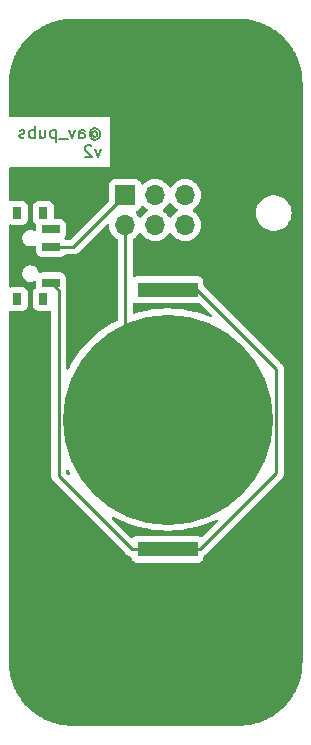
<source format=gbl>
%TF.GenerationSoftware,KiCad,Pcbnew,(7.0.0-0)*%
%TF.CreationDate,2023-07-23T12:51:31-06:00*%
%TF.ProjectId,SAO_pin,53414f5f-7069-46e2-9e6b-696361645f70,rev?*%
%TF.SameCoordinates,Original*%
%TF.FileFunction,Copper,L2,Bot*%
%TF.FilePolarity,Positive*%
%FSLAX46Y46*%
G04 Gerber Fmt 4.6, Leading zero omitted, Abs format (unit mm)*
G04 Created by KiCad (PCBNEW (7.0.0-0)) date 2023-07-23 12:51:31*
%MOMM*%
%LPD*%
G01*
G04 APERTURE LIST*
%ADD10C,0.150000*%
%TA.AperFunction,NonConductor*%
%ADD11C,0.150000*%
%TD*%
%TA.AperFunction,ComponentPad*%
%ADD12R,1.700000X1.700000*%
%TD*%
%TA.AperFunction,ComponentPad*%
%ADD13O,1.700000X1.700000*%
%TD*%
%TA.AperFunction,SMDPad,CuDef*%
%ADD14R,5.080000X1.270000*%
%TD*%
%TA.AperFunction,SMDPad,CuDef*%
%ADD15C,17.800000*%
%TD*%
%TA.AperFunction,SMDPad,CuDef*%
%ADD16R,0.800000X1.000000*%
%TD*%
%TA.AperFunction,SMDPad,CuDef*%
%ADD17R,1.500000X0.700000*%
%TD*%
%TA.AperFunction,Conductor*%
%ADD18C,0.250000*%
%TD*%
G04 APERTURE END LIST*
D10*
D11*
X87642857Y-46686190D02*
X87690476Y-46638571D01*
X87690476Y-46638571D02*
X87785714Y-46590952D01*
X87785714Y-46590952D02*
X87880952Y-46590952D01*
X87880952Y-46590952D02*
X87976190Y-46638571D01*
X87976190Y-46638571D02*
X88023809Y-46686190D01*
X88023809Y-46686190D02*
X88071428Y-46781428D01*
X88071428Y-46781428D02*
X88071428Y-46876666D01*
X88071428Y-46876666D02*
X88023809Y-46971904D01*
X88023809Y-46971904D02*
X87976190Y-47019523D01*
X87976190Y-47019523D02*
X87880952Y-47067142D01*
X87880952Y-47067142D02*
X87785714Y-47067142D01*
X87785714Y-47067142D02*
X87690476Y-47019523D01*
X87690476Y-47019523D02*
X87642857Y-46971904D01*
X87642857Y-46590952D02*
X87642857Y-46971904D01*
X87642857Y-46971904D02*
X87595238Y-47019523D01*
X87595238Y-47019523D02*
X87547619Y-47019523D01*
X87547619Y-47019523D02*
X87452380Y-46971904D01*
X87452380Y-46971904D02*
X87404761Y-46876666D01*
X87404761Y-46876666D02*
X87404761Y-46638571D01*
X87404761Y-46638571D02*
X87500000Y-46495714D01*
X87500000Y-46495714D02*
X87642857Y-46400476D01*
X87642857Y-46400476D02*
X87833333Y-46352857D01*
X87833333Y-46352857D02*
X88023809Y-46400476D01*
X88023809Y-46400476D02*
X88166666Y-46495714D01*
X88166666Y-46495714D02*
X88261904Y-46638571D01*
X88261904Y-46638571D02*
X88309523Y-46829047D01*
X88309523Y-46829047D02*
X88261904Y-47019523D01*
X88261904Y-47019523D02*
X88166666Y-47162380D01*
X88166666Y-47162380D02*
X88023809Y-47257619D01*
X88023809Y-47257619D02*
X87833333Y-47305238D01*
X87833333Y-47305238D02*
X87642857Y-47257619D01*
X87642857Y-47257619D02*
X87500000Y-47162380D01*
X86547619Y-47162380D02*
X86547619Y-46638571D01*
X86547619Y-46638571D02*
X86595238Y-46543333D01*
X86595238Y-46543333D02*
X86690476Y-46495714D01*
X86690476Y-46495714D02*
X86880952Y-46495714D01*
X86880952Y-46495714D02*
X86976190Y-46543333D01*
X86547619Y-47114761D02*
X86642857Y-47162380D01*
X86642857Y-47162380D02*
X86880952Y-47162380D01*
X86880952Y-47162380D02*
X86976190Y-47114761D01*
X86976190Y-47114761D02*
X87023809Y-47019523D01*
X87023809Y-47019523D02*
X87023809Y-46924285D01*
X87023809Y-46924285D02*
X86976190Y-46829047D01*
X86976190Y-46829047D02*
X86880952Y-46781428D01*
X86880952Y-46781428D02*
X86642857Y-46781428D01*
X86642857Y-46781428D02*
X86547619Y-46733809D01*
X86166666Y-46495714D02*
X85928571Y-47162380D01*
X85928571Y-47162380D02*
X85690476Y-46495714D01*
X85547619Y-47257619D02*
X84785714Y-47257619D01*
X84547618Y-46495714D02*
X84547618Y-47495714D01*
X84547618Y-46543333D02*
X84452380Y-46495714D01*
X84452380Y-46495714D02*
X84261904Y-46495714D01*
X84261904Y-46495714D02*
X84166666Y-46543333D01*
X84166666Y-46543333D02*
X84119047Y-46590952D01*
X84119047Y-46590952D02*
X84071428Y-46686190D01*
X84071428Y-46686190D02*
X84071428Y-46971904D01*
X84071428Y-46971904D02*
X84119047Y-47067142D01*
X84119047Y-47067142D02*
X84166666Y-47114761D01*
X84166666Y-47114761D02*
X84261904Y-47162380D01*
X84261904Y-47162380D02*
X84452380Y-47162380D01*
X84452380Y-47162380D02*
X84547618Y-47114761D01*
X83214285Y-46495714D02*
X83214285Y-47162380D01*
X83642856Y-46495714D02*
X83642856Y-47019523D01*
X83642856Y-47019523D02*
X83595237Y-47114761D01*
X83595237Y-47114761D02*
X83499999Y-47162380D01*
X83499999Y-47162380D02*
X83357142Y-47162380D01*
X83357142Y-47162380D02*
X83261904Y-47114761D01*
X83261904Y-47114761D02*
X83214285Y-47067142D01*
X82738094Y-47162380D02*
X82738094Y-46162380D01*
X82738094Y-46543333D02*
X82642856Y-46495714D01*
X82642856Y-46495714D02*
X82452380Y-46495714D01*
X82452380Y-46495714D02*
X82357142Y-46543333D01*
X82357142Y-46543333D02*
X82309523Y-46590952D01*
X82309523Y-46590952D02*
X82261904Y-46686190D01*
X82261904Y-46686190D02*
X82261904Y-46971904D01*
X82261904Y-46971904D02*
X82309523Y-47067142D01*
X82309523Y-47067142D02*
X82357142Y-47114761D01*
X82357142Y-47114761D02*
X82452380Y-47162380D01*
X82452380Y-47162380D02*
X82642856Y-47162380D01*
X82642856Y-47162380D02*
X82738094Y-47114761D01*
X81880951Y-47114761D02*
X81785713Y-47162380D01*
X81785713Y-47162380D02*
X81595237Y-47162380D01*
X81595237Y-47162380D02*
X81499999Y-47114761D01*
X81499999Y-47114761D02*
X81452380Y-47019523D01*
X81452380Y-47019523D02*
X81452380Y-46971904D01*
X81452380Y-46971904D02*
X81499999Y-46876666D01*
X81499999Y-46876666D02*
X81595237Y-46829047D01*
X81595237Y-46829047D02*
X81738094Y-46829047D01*
X81738094Y-46829047D02*
X81833332Y-46781428D01*
X81833332Y-46781428D02*
X81880951Y-46686190D01*
X81880951Y-46686190D02*
X81880951Y-46638571D01*
X81880951Y-46638571D02*
X81833332Y-46543333D01*
X81833332Y-46543333D02*
X81738094Y-46495714D01*
X81738094Y-46495714D02*
X81595237Y-46495714D01*
X81595237Y-46495714D02*
X81499999Y-46543333D01*
X88357142Y-48115714D02*
X88119047Y-48782380D01*
X88119047Y-48782380D02*
X87880952Y-48115714D01*
X87547618Y-47877619D02*
X87499999Y-47830000D01*
X87499999Y-47830000D02*
X87404761Y-47782380D01*
X87404761Y-47782380D02*
X87166666Y-47782380D01*
X87166666Y-47782380D02*
X87071428Y-47830000D01*
X87071428Y-47830000D02*
X87023809Y-47877619D01*
X87023809Y-47877619D02*
X86976190Y-47972857D01*
X86976190Y-47972857D02*
X86976190Y-48068095D01*
X86976190Y-48068095D02*
X87023809Y-48210952D01*
X87023809Y-48210952D02*
X87595237Y-48782380D01*
X87595237Y-48782380D02*
X86976190Y-48782380D01*
D12*
%TO.P,J1,1,Pin_1*%
%TO.N,Net-(J1-Pin_1)*%
X90419999Y-51999999D03*
D13*
%TO.P,J1,2,Pin_2*%
%TO.N,GND*%
X90419999Y-54539999D03*
%TO.P,J1,3,Pin_3*%
%TO.N,unconnected-(J1-Pin_3-Pad3)*%
X92959999Y-51999999D03*
%TO.P,J1,4,Pin_4*%
%TO.N,unconnected-(J1-Pin_4-Pad4)*%
X92959999Y-54539999D03*
%TO.P,J1,5,Pin_5*%
%TO.N,unconnected-(J1-Pin_5-Pad5)*%
X95499999Y-51999999D03*
%TO.P,J1,6,Pin_6*%
%TO.N,unconnected-(J1-Pin_6-Pad6)*%
X95499999Y-54539999D03*
%TD*%
D14*
%TO.P,BT1,1,+*%
%TO.N,Net-(BT1-+)*%
X93999999Y-81984999D03*
X93999999Y-60014999D03*
D15*
%TO.P,BT1,2,-*%
%TO.N,GND*%
X94000000Y-71000000D03*
%TD*%
D16*
%TO.P,SW1,*%
%TO.N,*%
X83499999Y-53499999D03*
X81289999Y-60799999D03*
X81289999Y-53499999D03*
X83499999Y-60799999D03*
D17*
%TO.P,SW1,1,A*%
%TO.N,Net-(BT1-+)*%
X84149999Y-59399999D03*
%TO.P,SW1,2,B*%
%TO.N,Net-(J1-Pin_1)*%
X84149999Y-56399999D03*
%TO.P,SW1,3,C*%
%TO.N,unconnected-(SW1-C-Pad3)*%
X84149999Y-54899999D03*
%TD*%
D18*
%TO.N,Net-(BT1-+)*%
X96515000Y-60015000D02*
X94000000Y-60015000D01*
X96790000Y-81985000D02*
X103225000Y-75550000D01*
X90985000Y-81985000D02*
X84775000Y-75775000D01*
X84775000Y-75775000D02*
X84775000Y-60025000D01*
X84775000Y-60025000D02*
X84150000Y-59400000D01*
X103225000Y-66725000D02*
X96515000Y-60015000D01*
X94000000Y-81985000D02*
X90985000Y-81985000D01*
X103225000Y-75550000D02*
X103225000Y-66725000D01*
X94000000Y-81985000D02*
X96790000Y-81985000D01*
%TO.N,GND*%
X94000000Y-71000000D02*
X90420000Y-67420000D01*
X90420000Y-67420000D02*
X90420000Y-54540000D01*
%TO.N,Net-(J1-Pin_1)*%
X84150000Y-56400000D02*
X86020000Y-56400000D01*
X86020000Y-56400000D02*
X90420000Y-52000000D01*
%TD*%
%TA.AperFunction,NonConductor*%
G36*
X100031971Y-37070461D02*
G01*
X100034739Y-37070494D01*
X100162261Y-37072058D01*
X100165230Y-37072132D01*
X100294621Y-37076897D01*
X100297604Y-37077043D01*
X100426865Y-37084985D01*
X100429880Y-37085208D01*
X100558920Y-37096320D01*
X100561847Y-37096608D01*
X100690664Y-37110893D01*
X100693516Y-37111245D01*
X100821960Y-37128691D01*
X100824816Y-37129115D01*
X100952671Y-37149686D01*
X100955597Y-37150193D01*
X101082952Y-37173906D01*
X101085842Y-37174481D01*
X101212594Y-37201314D01*
X101215474Y-37201961D01*
X101341475Y-37231883D01*
X101344368Y-37232608D01*
X101459019Y-37262828D01*
X101469581Y-37265612D01*
X101472512Y-37266423D01*
X101596887Y-37302490D01*
X101599734Y-37303354D01*
X101723128Y-37342445D01*
X101726001Y-37343394D01*
X101848459Y-37385521D01*
X101851300Y-37386537D01*
X101972682Y-37431657D01*
X101975521Y-37432753D01*
X102095658Y-37480798D01*
X102098469Y-37481962D01*
X102217479Y-37532977D01*
X102220262Y-37534210D01*
X102337957Y-37588119D01*
X102340707Y-37589420D01*
X102457063Y-37646210D01*
X102459782Y-37647579D01*
X102574674Y-37707189D01*
X102577312Y-37708598D01*
X102690860Y-37771095D01*
X102693365Y-37772515D01*
X102805085Y-37837628D01*
X102805195Y-37837692D01*
X102807794Y-37839249D01*
X102917879Y-37907082D01*
X102918042Y-37907182D01*
X102920567Y-37908780D01*
X103029092Y-37979383D01*
X103031621Y-37981074D01*
X103138391Y-38054326D01*
X103140880Y-38056079D01*
X103245784Y-38131904D01*
X103248228Y-38133716D01*
X103351264Y-38212110D01*
X103353602Y-38213934D01*
X103454685Y-38294836D01*
X103457037Y-38296766D01*
X103556124Y-38380140D01*
X103558428Y-38382128D01*
X103655383Y-38467859D01*
X103657617Y-38469883D01*
X103699343Y-38508644D01*
X103752480Y-38558007D01*
X103754669Y-38560091D01*
X103847415Y-38650587D01*
X103849511Y-38652684D01*
X103939874Y-38745295D01*
X103941970Y-38747497D01*
X104030116Y-38842383D01*
X104032119Y-38844592D01*
X104117873Y-38941571D01*
X104119858Y-38943872D01*
X104203236Y-39042966D01*
X104205165Y-39045317D01*
X104286040Y-39146366D01*
X104287897Y-39148746D01*
X104366290Y-39251780D01*
X104368060Y-39254166D01*
X104368096Y-39254215D01*
X104443923Y-39359122D01*
X104445675Y-39361611D01*
X104518931Y-39468387D01*
X104520577Y-39470849D01*
X104591189Y-39579385D01*
X104592811Y-39581947D01*
X104660743Y-39692195D01*
X104662307Y-39694804D01*
X104727460Y-39806592D01*
X104728953Y-39809227D01*
X104791401Y-39922689D01*
X104792836Y-39925373D01*
X104852437Y-40040249D01*
X104853805Y-40042967D01*
X104910593Y-40159320D01*
X104911894Y-40162072D01*
X104965792Y-40279747D01*
X104967024Y-40282526D01*
X105018027Y-40401500D01*
X105019193Y-40404315D01*
X105067255Y-40524501D01*
X105068350Y-40527338D01*
X105113456Y-40648683D01*
X105114482Y-40651551D01*
X105156588Y-40773949D01*
X105157542Y-40776837D01*
X105196646Y-40900271D01*
X105197529Y-40903184D01*
X105233565Y-41027449D01*
X105234377Y-41030380D01*
X105267381Y-41155591D01*
X105268121Y-41158545D01*
X105298026Y-41284470D01*
X105298692Y-41287439D01*
X105325506Y-41414095D01*
X105326100Y-41417079D01*
X105349797Y-41544352D01*
X105350317Y-41547352D01*
X105370875Y-41675123D01*
X105371322Y-41678133D01*
X105388744Y-41806412D01*
X105389116Y-41809432D01*
X105403381Y-41938057D01*
X105403680Y-41941085D01*
X105414792Y-42070114D01*
X105415016Y-42073151D01*
X105422954Y-42202365D01*
X105423103Y-42205404D01*
X105427866Y-42334732D01*
X105427941Y-42337774D01*
X105429540Y-42468030D01*
X105429549Y-42469552D01*
X105429549Y-91530448D01*
X105429540Y-91531970D01*
X105427941Y-91662224D01*
X105427866Y-91665266D01*
X105423103Y-91794594D01*
X105422954Y-91797634D01*
X105415015Y-91926852D01*
X105414791Y-91929886D01*
X105403682Y-92058897D01*
X105403383Y-92061928D01*
X105389118Y-92190549D01*
X105388746Y-92193568D01*
X105371321Y-92321865D01*
X105370875Y-92324874D01*
X105350309Y-92452692D01*
X105349797Y-92455646D01*
X105326100Y-92582919D01*
X105325506Y-92585903D01*
X105298692Y-92712559D01*
X105298026Y-92715528D01*
X105268121Y-92841453D01*
X105267381Y-92844407D01*
X105234377Y-92969618D01*
X105233565Y-92972549D01*
X105197529Y-93096814D01*
X105196646Y-93099727D01*
X105157542Y-93223161D01*
X105156588Y-93226049D01*
X105114482Y-93348447D01*
X105113456Y-93351315D01*
X105068350Y-93472660D01*
X105067255Y-93475498D01*
X105019201Y-93595662D01*
X105018035Y-93598476D01*
X104967015Y-93717492D01*
X104965783Y-93720272D01*
X104911894Y-93837927D01*
X104910593Y-93840678D01*
X104853805Y-93957031D01*
X104852437Y-93959749D01*
X104792836Y-94074625D01*
X104791401Y-94077309D01*
X104728953Y-94190771D01*
X104727452Y-94193421D01*
X104662307Y-94305194D01*
X104660743Y-94307803D01*
X104592811Y-94418051D01*
X104591195Y-94420603D01*
X104520616Y-94529091D01*
X104518931Y-94531611D01*
X104445675Y-94638387D01*
X104443923Y-94640876D01*
X104368087Y-94745796D01*
X104366274Y-94748240D01*
X104287913Y-94851232D01*
X104286040Y-94853632D01*
X104205165Y-94954681D01*
X104203236Y-94957032D01*
X104119858Y-95056126D01*
X104117869Y-95058432D01*
X104032161Y-95155360D01*
X104030116Y-95157615D01*
X103941970Y-95252501D01*
X103939874Y-95254703D01*
X103849515Y-95347310D01*
X103847361Y-95349464D01*
X103754684Y-95439893D01*
X103752481Y-95441991D01*
X103657639Y-95530095D01*
X103655383Y-95532139D01*
X103558428Y-95617870D01*
X103556124Y-95619858D01*
X103457037Y-95703232D01*
X103454685Y-95705162D01*
X103353633Y-95786039D01*
X103351233Y-95787912D01*
X103248228Y-95866282D01*
X103245784Y-95868094D01*
X103140880Y-95943919D01*
X103138391Y-95945672D01*
X103031621Y-96018924D01*
X103029092Y-96020615D01*
X102920614Y-96091188D01*
X102918042Y-96092816D01*
X102807805Y-96160742D01*
X102805195Y-96162306D01*
X102693407Y-96227459D01*
X102690799Y-96228937D01*
X102609412Y-96273732D01*
X102577358Y-96291375D01*
X102574674Y-96292809D01*
X102459782Y-96352419D01*
X102457063Y-96353788D01*
X102340707Y-96410578D01*
X102337957Y-96411879D01*
X102220262Y-96465788D01*
X102217479Y-96467021D01*
X102098469Y-96518036D01*
X102095658Y-96519200D01*
X101975521Y-96567245D01*
X101972682Y-96568341D01*
X101851316Y-96613455D01*
X101848448Y-96614481D01*
X101726001Y-96656604D01*
X101723113Y-96657558D01*
X101599779Y-96696630D01*
X101596866Y-96697514D01*
X101472512Y-96733575D01*
X101469581Y-96734386D01*
X101344408Y-96767380D01*
X101341453Y-96768120D01*
X101215474Y-96798037D01*
X101212517Y-96798701D01*
X101085927Y-96825500D01*
X101082944Y-96826093D01*
X100955633Y-96849798D01*
X100952633Y-96850318D01*
X100824888Y-96870872D01*
X100821881Y-96871318D01*
X100693596Y-96888742D01*
X100690585Y-96889114D01*
X100561901Y-96903384D01*
X100558872Y-96903682D01*
X100429886Y-96914789D01*
X100426853Y-96915013D01*
X100297633Y-96922953D01*
X100294592Y-96923102D01*
X100165268Y-96927865D01*
X100162226Y-96927940D01*
X100031971Y-96929539D01*
X100030449Y-96929548D01*
X85969551Y-96929548D01*
X85968029Y-96929539D01*
X85837773Y-96927940D01*
X85834731Y-96927865D01*
X85705406Y-96923102D01*
X85702365Y-96922953D01*
X85573142Y-96915013D01*
X85570109Y-96914789D01*
X85441089Y-96903679D01*
X85438059Y-96903380D01*
X85309448Y-96889117D01*
X85306428Y-96888745D01*
X85178132Y-96871320D01*
X85175123Y-96870874D01*
X85143069Y-96865716D01*
X85047339Y-96850314D01*
X85044366Y-96849798D01*
X84917055Y-96826093D01*
X84914071Y-96825499D01*
X84787453Y-96798694D01*
X84784485Y-96798028D01*
X84658545Y-96768120D01*
X84655590Y-96767380D01*
X84530417Y-96734386D01*
X84527487Y-96733575D01*
X84403145Y-96697518D01*
X84400262Y-96696643D01*
X84276812Y-96657534D01*
X84273949Y-96656588D01*
X84151537Y-96614477D01*
X84148698Y-96613461D01*
X84028420Y-96568752D01*
X84027371Y-96568362D01*
X84024533Y-96567267D01*
X83927687Y-96528538D01*
X83904257Y-96519168D01*
X83901492Y-96518022D01*
X83782520Y-96467021D01*
X83779780Y-96465807D01*
X83662629Y-96412149D01*
X83662070Y-96411893D01*
X83659319Y-96410592D01*
X83542966Y-96353804D01*
X83540248Y-96352436D01*
X83425372Y-96292835D01*
X83422688Y-96291400D01*
X83309226Y-96228952D01*
X83306630Y-96227481D01*
X83218426Y-96176074D01*
X83194803Y-96162306D01*
X83192194Y-96160742D01*
X83081946Y-96092810D01*
X83079430Y-96091217D01*
X82970848Y-96020576D01*
X82968386Y-96018930D01*
X82861610Y-95945674D01*
X82859121Y-95943922D01*
X82811818Y-95909731D01*
X82754165Y-95868059D01*
X82751769Y-95866282D01*
X82648745Y-95787896D01*
X82646385Y-95786055D01*
X82545316Y-95705164D01*
X82542965Y-95703235D01*
X82443871Y-95619857D01*
X82441593Y-95617892D01*
X82344591Y-95532118D01*
X82342382Y-95530115D01*
X82247496Y-95441969D01*
X82245293Y-95439873D01*
X82152603Y-95349431D01*
X82150508Y-95347335D01*
X82060104Y-95254683D01*
X82058006Y-95252480D01*
X81969902Y-95157638D01*
X81967858Y-95155382D01*
X81882127Y-95058427D01*
X81880139Y-95056123D01*
X81796765Y-94957036D01*
X81794835Y-94954684D01*
X81794833Y-94954681D01*
X81713933Y-94853601D01*
X81712109Y-94851263D01*
X81633715Y-94748227D01*
X81631903Y-94745783D01*
X81556078Y-94640879D01*
X81554325Y-94638390D01*
X81481073Y-94531620D01*
X81479382Y-94529091D01*
X81408816Y-94420623D01*
X81408779Y-94420566D01*
X81407181Y-94418041D01*
X81339255Y-94307804D01*
X81339254Y-94307803D01*
X81339248Y-94307793D01*
X81337691Y-94305194D01*
X81272547Y-94193421D01*
X81272514Y-94193364D01*
X81271094Y-94190859D01*
X81208596Y-94077309D01*
X81207188Y-94074673D01*
X81147578Y-93959781D01*
X81146209Y-93957062D01*
X81089419Y-93840706D01*
X81088119Y-93837956D01*
X81034216Y-93720275D01*
X81032982Y-93717492D01*
X80981963Y-93598474D01*
X80980798Y-93595663D01*
X80980798Y-93595662D01*
X80932724Y-93475451D01*
X80931648Y-93472660D01*
X80886542Y-93351315D01*
X80885516Y-93348447D01*
X80843393Y-93226000D01*
X80842439Y-93223112D01*
X80803335Y-93099675D01*
X80802505Y-93096942D01*
X80766412Y-92972476D01*
X80765621Y-92969618D01*
X80763718Y-92962401D01*
X80732607Y-92844367D01*
X80731882Y-92841474D01*
X80701962Y-92715480D01*
X80701296Y-92712512D01*
X80674494Y-92585912D01*
X80673900Y-92582928D01*
X80650187Y-92455567D01*
X80649690Y-92452701D01*
X80629114Y-92324815D01*
X80628688Y-92321947D01*
X80611246Y-92193529D01*
X80610892Y-92190657D01*
X80596607Y-92061844D01*
X80596318Y-92058907D01*
X80596317Y-92058897D01*
X80585200Y-91929804D01*
X80584987Y-91926916D01*
X80577042Y-91797600D01*
X80576895Y-91794594D01*
X80572132Y-91665267D01*
X80572057Y-91662223D01*
X80570460Y-91531970D01*
X80570451Y-91530450D01*
X80570451Y-61893589D01*
X80584575Y-61836114D01*
X80623730Y-61791733D01*
X80678997Y-61770556D01*
X80737783Y-61777407D01*
X80762606Y-61786664D01*
X80782517Y-61794091D01*
X80842127Y-61800500D01*
X81737872Y-61800499D01*
X81797483Y-61794091D01*
X81932331Y-61743796D01*
X82047546Y-61657546D01*
X82133796Y-61542331D01*
X82184091Y-61407483D01*
X82190500Y-61347873D01*
X82190499Y-60252128D01*
X82184091Y-60192517D01*
X82133796Y-60057669D01*
X82047546Y-59942454D01*
X82040447Y-59937140D01*
X81939431Y-59861519D01*
X81939430Y-59861518D01*
X81932331Y-59856204D01*
X81830764Y-59818322D01*
X81804752Y-59808620D01*
X81804750Y-59808619D01*
X81797483Y-59805909D01*
X81789770Y-59805079D01*
X81789767Y-59805079D01*
X81741180Y-59799855D01*
X81741169Y-59799854D01*
X81737873Y-59799500D01*
X81734550Y-59799500D01*
X80845439Y-59799500D01*
X80845420Y-59799500D01*
X80842128Y-59799501D01*
X80838850Y-59799853D01*
X80838838Y-59799854D01*
X80790231Y-59805079D01*
X80790225Y-59805080D01*
X80782517Y-59805909D01*
X80775250Y-59808619D01*
X80775243Y-59808621D01*
X80737783Y-59822593D01*
X80678997Y-59829444D01*
X80623730Y-59808267D01*
X80584575Y-59763886D01*
X80570451Y-59706411D01*
X80570451Y-58735056D01*
X81689500Y-58735056D01*
X81691293Y-58742332D01*
X81691294Y-58742337D01*
X81728415Y-58892944D01*
X81730210Y-58900225D01*
X81733693Y-58906862D01*
X81733695Y-58906866D01*
X81754572Y-58946643D01*
X81809266Y-59050852D01*
X81922071Y-59178183D01*
X82062070Y-59274818D01*
X82076343Y-59280231D01*
X82213185Y-59332128D01*
X82221128Y-59335140D01*
X82347628Y-59350500D01*
X82428623Y-59350500D01*
X82432372Y-59350500D01*
X82558872Y-59335140D01*
X82717930Y-59274818D01*
X82720113Y-59273310D01*
X82779241Y-59259678D01*
X82839648Y-59277504D01*
X82883505Y-59322705D01*
X82899500Y-59383622D01*
X82899500Y-59762818D01*
X82886384Y-59818322D01*
X82849812Y-59862084D01*
X82749551Y-59937140D01*
X82749546Y-59937144D01*
X82742454Y-59942454D01*
X82737144Y-59949546D01*
X82737141Y-59949550D01*
X82661519Y-60050568D01*
X82661516Y-60050572D01*
X82656204Y-60057669D01*
X82653104Y-60065978D01*
X82653104Y-60065980D01*
X82608620Y-60185247D01*
X82608619Y-60185250D01*
X82605909Y-60192517D01*
X82605079Y-60200227D01*
X82605079Y-60200232D01*
X82599855Y-60248819D01*
X82599854Y-60248831D01*
X82599500Y-60252127D01*
X82599500Y-60255448D01*
X82599500Y-60255449D01*
X82599500Y-61344560D01*
X82599500Y-61344578D01*
X82599501Y-61347872D01*
X82599853Y-61351150D01*
X82599854Y-61351161D01*
X82605079Y-61399768D01*
X82605080Y-61399773D01*
X82605909Y-61407483D01*
X82608619Y-61414749D01*
X82608620Y-61414753D01*
X82642217Y-61504831D01*
X82656204Y-61542331D01*
X82661518Y-61549430D01*
X82661519Y-61549431D01*
X82710453Y-61614799D01*
X82742454Y-61657546D01*
X82857669Y-61743796D01*
X82992517Y-61794091D01*
X83052127Y-61800500D01*
X83947872Y-61800499D01*
X84007483Y-61794091D01*
X84007635Y-61795508D01*
X84052394Y-61795207D01*
X84102439Y-61819011D01*
X84137116Y-61862239D01*
X84149500Y-61916255D01*
X84149500Y-75697225D01*
X84148978Y-75708280D01*
X84147327Y-75715667D01*
X84147571Y-75723453D01*
X84147571Y-75723461D01*
X84149439Y-75782873D01*
X84149500Y-75786768D01*
X84149500Y-75814350D01*
X84149988Y-75818219D01*
X84149989Y-75818225D01*
X84150004Y-75818343D01*
X84150918Y-75829966D01*
X84152045Y-75865830D01*
X84152046Y-75865837D01*
X84152291Y-75873627D01*
X84154467Y-75881119D01*
X84154468Y-75881121D01*
X84157879Y-75892862D01*
X84161825Y-75911915D01*
X84164336Y-75931792D01*
X84167206Y-75939042D01*
X84167208Y-75939048D01*
X84180414Y-75972404D01*
X84184197Y-75983451D01*
X84196382Y-76025390D01*
X84200353Y-76032105D01*
X84200354Y-76032107D01*
X84206581Y-76042637D01*
X84215136Y-76060099D01*
X84219642Y-76071480D01*
X84219643Y-76071483D01*
X84222514Y-76078732D01*
X84244440Y-76108912D01*
X84248181Y-76114060D01*
X84254593Y-76123822D01*
X84272856Y-76154702D01*
X84272859Y-76154707D01*
X84276830Y-76161420D01*
X84282345Y-76166935D01*
X84290990Y-76175580D01*
X84303626Y-76190374D01*
X84310819Y-76200275D01*
X84310823Y-76200279D01*
X84315406Y-76206587D01*
X84321415Y-76211558D01*
X84321416Y-76211559D01*
X84349058Y-76234426D01*
X84357699Y-76242289D01*
X90487707Y-82372298D01*
X90495159Y-82380487D01*
X90499214Y-82386877D01*
X90548223Y-82432900D01*
X90551019Y-82435610D01*
X90570529Y-82455120D01*
X90573709Y-82457587D01*
X90582571Y-82465155D01*
X90595880Y-82477654D01*
X90608732Y-82489723D01*
X90608734Y-82489724D01*
X90614418Y-82495062D01*
X90621251Y-82498818D01*
X90621252Y-82498819D01*
X90631973Y-82504713D01*
X90648234Y-82515394D01*
X90664064Y-82527673D01*
X90704155Y-82545021D01*
X90714635Y-82550155D01*
X90752908Y-82571197D01*
X90772316Y-82576180D01*
X90790719Y-82582481D01*
X90801944Y-82587339D01*
X90801946Y-82587339D01*
X90809104Y-82590437D01*
X90852258Y-82597271D01*
X90863655Y-82599632D01*
X90871426Y-82601627D01*
X90916160Y-82623428D01*
X90948722Y-82661063D01*
X90963864Y-82708470D01*
X90965078Y-82719762D01*
X90965079Y-82719769D01*
X90965909Y-82727483D01*
X90968619Y-82734749D01*
X90968620Y-82734753D01*
X91002217Y-82824831D01*
X91016204Y-82862331D01*
X91102454Y-82977546D01*
X91217669Y-83063796D01*
X91352517Y-83114091D01*
X91412127Y-83120500D01*
X96587872Y-83120499D01*
X96647483Y-83114091D01*
X96782331Y-83063796D01*
X96897546Y-82977546D01*
X96983796Y-82862331D01*
X97034091Y-82727483D01*
X97040500Y-82667873D01*
X97040499Y-82638969D01*
X97057771Y-82575839D01*
X97095228Y-82539549D01*
X97093730Y-82537488D01*
X97113821Y-82522890D01*
X97129069Y-82511811D01*
X97138824Y-82505403D01*
X97176420Y-82483170D01*
X97190584Y-82469005D01*
X97205379Y-82456368D01*
X97221587Y-82444594D01*
X97249428Y-82410938D01*
X97257279Y-82402309D01*
X103612311Y-76047278D01*
X103620481Y-76039844D01*
X103626877Y-76035786D01*
X103672918Y-75986756D01*
X103675535Y-75984054D01*
X103695120Y-75964471D01*
X103697585Y-75961292D01*
X103705167Y-75952416D01*
X103735062Y-75920582D01*
X103744713Y-75903023D01*
X103755390Y-75886770D01*
X103767673Y-75870936D01*
X103785018Y-75830852D01*
X103790151Y-75820371D01*
X103811197Y-75782092D01*
X103816179Y-75762684D01*
X103822482Y-75744276D01*
X103830437Y-75725896D01*
X103837271Y-75682744D01*
X103839633Y-75671338D01*
X103850500Y-75629019D01*
X103850500Y-75608983D01*
X103852027Y-75589585D01*
X103853939Y-75577513D01*
X103853938Y-75577513D01*
X103855160Y-75569804D01*
X103851050Y-75526324D01*
X103850500Y-75514655D01*
X103850500Y-66802775D01*
X103851021Y-66791719D01*
X103852673Y-66784333D01*
X103850561Y-66717127D01*
X103850500Y-66713232D01*
X103850500Y-66689541D01*
X103850500Y-66685650D01*
X103849998Y-66681677D01*
X103849080Y-66670018D01*
X103848504Y-66651696D01*
X103847709Y-66626373D01*
X103842120Y-66607140D01*
X103838174Y-66588083D01*
X103836641Y-66575944D01*
X103835664Y-66568208D01*
X103819582Y-66527591D01*
X103815803Y-66516551D01*
X103805795Y-66482102D01*
X103805793Y-66482099D01*
X103803618Y-66474610D01*
X103793417Y-66457360D01*
X103784863Y-66439901D01*
X103777486Y-66421268D01*
X103751808Y-66385925D01*
X103745401Y-66376171D01*
X103727142Y-66345296D01*
X103727141Y-66345294D01*
X103723170Y-66338580D01*
X103709005Y-66324415D01*
X103696370Y-66309622D01*
X103684594Y-66293413D01*
X103678583Y-66288440D01*
X103678581Y-66288438D01*
X103650941Y-66265573D01*
X103642300Y-66257710D01*
X97076818Y-59692227D01*
X97049938Y-59651999D01*
X97040499Y-59604546D01*
X97040499Y-59335439D01*
X97040499Y-59332128D01*
X97034091Y-59272517D01*
X96983796Y-59137669D01*
X96897546Y-59022454D01*
X96782331Y-58936204D01*
X96647483Y-58885909D01*
X96639770Y-58885079D01*
X96639767Y-58885079D01*
X96591180Y-58879855D01*
X96591169Y-58879854D01*
X96587873Y-58879500D01*
X96584550Y-58879500D01*
X91415439Y-58879500D01*
X91415420Y-58879500D01*
X91412128Y-58879501D01*
X91408850Y-58879853D01*
X91408838Y-58879854D01*
X91360231Y-58885079D01*
X91360225Y-58885080D01*
X91352517Y-58885909D01*
X91345252Y-58888618D01*
X91345246Y-58888620D01*
X91217669Y-58936204D01*
X91217005Y-58934423D01*
X91167292Y-58946643D01*
X91106229Y-58929307D01*
X91061747Y-58884024D01*
X91045500Y-58822663D01*
X91045500Y-55815228D01*
X91059511Y-55757971D01*
X91098376Y-55713653D01*
X91249912Y-55607546D01*
X91291401Y-55578495D01*
X91458495Y-55411401D01*
X91588424Y-55225842D01*
X91632743Y-55186976D01*
X91690000Y-55172965D01*
X91747257Y-55186976D01*
X91791575Y-55225842D01*
X91918395Y-55406961D01*
X91918401Y-55406968D01*
X91921505Y-55411401D01*
X92088599Y-55578495D01*
X92093031Y-55581598D01*
X92093033Y-55581600D01*
X92181454Y-55643513D01*
X92282170Y-55714035D01*
X92287070Y-55716320D01*
X92287072Y-55716321D01*
X92333951Y-55738181D01*
X92496337Y-55813903D01*
X92724592Y-55875063D01*
X92960000Y-55895659D01*
X93195408Y-55875063D01*
X93423663Y-55813903D01*
X93637830Y-55714035D01*
X93831401Y-55578495D01*
X93998495Y-55411401D01*
X94128424Y-55225842D01*
X94172743Y-55186976D01*
X94230000Y-55172965D01*
X94287257Y-55186976D01*
X94331575Y-55225842D01*
X94458395Y-55406961D01*
X94458401Y-55406968D01*
X94461505Y-55411401D01*
X94628599Y-55578495D01*
X94633031Y-55581598D01*
X94633033Y-55581600D01*
X94721454Y-55643513D01*
X94822170Y-55714035D01*
X94827070Y-55716320D01*
X94827072Y-55716321D01*
X94873951Y-55738181D01*
X95036337Y-55813903D01*
X95264592Y-55875063D01*
X95500000Y-55895659D01*
X95735408Y-55875063D01*
X95963663Y-55813903D01*
X96177830Y-55714035D01*
X96371401Y-55578495D01*
X96538495Y-55411401D01*
X96674035Y-55217830D01*
X96773903Y-55003663D01*
X96835063Y-54775408D01*
X96855659Y-54540000D01*
X96835063Y-54304592D01*
X96773903Y-54076337D01*
X96674035Y-53862171D01*
X96538495Y-53668599D01*
X96371401Y-53501505D01*
X96369252Y-53500000D01*
X101494357Y-53500000D01*
X101494781Y-53505117D01*
X101514467Y-53742701D01*
X101514468Y-53742709D01*
X101514892Y-53747821D01*
X101516149Y-53752788D01*
X101516151Y-53752795D01*
X101574678Y-53983910D01*
X101575937Y-53988881D01*
X101577997Y-53993577D01*
X101673766Y-54211910D01*
X101673769Y-54211916D01*
X101675827Y-54216607D01*
X101678627Y-54220893D01*
X101678631Y-54220900D01*
X101771377Y-54362858D01*
X101811836Y-54424785D01*
X101815310Y-54428559D01*
X101815311Y-54428560D01*
X101976784Y-54603967D01*
X101976787Y-54603970D01*
X101980256Y-54607738D01*
X102176491Y-54760474D01*
X102395190Y-54878828D01*
X102630386Y-54959571D01*
X102875665Y-55000500D01*
X103119201Y-55000500D01*
X103124335Y-55000500D01*
X103369614Y-54959571D01*
X103604810Y-54878828D01*
X103823509Y-54760474D01*
X104019744Y-54607738D01*
X104188164Y-54424785D01*
X104324173Y-54216607D01*
X104424063Y-53988881D01*
X104485108Y-53747821D01*
X104505643Y-53500000D01*
X104485108Y-53252179D01*
X104424063Y-53011119D01*
X104324173Y-52783393D01*
X104302727Y-52750568D01*
X104225894Y-52632965D01*
X104188164Y-52575215D01*
X104126534Y-52508267D01*
X104023215Y-52396032D01*
X104023211Y-52396029D01*
X104019744Y-52392262D01*
X103823509Y-52239526D01*
X103805938Y-52230017D01*
X103609316Y-52123610D01*
X103609310Y-52123607D01*
X103604810Y-52121172D01*
X103599969Y-52119510D01*
X103599962Y-52119507D01*
X103374465Y-52042094D01*
X103374461Y-52042093D01*
X103369614Y-52040429D01*
X103360768Y-52038952D01*
X103129398Y-52000344D01*
X103129387Y-52000343D01*
X103124335Y-51999500D01*
X102875665Y-51999500D01*
X102870613Y-52000343D01*
X102870601Y-52000344D01*
X102635443Y-52039585D01*
X102635441Y-52039585D01*
X102630386Y-52040429D01*
X102625541Y-52042092D01*
X102625534Y-52042094D01*
X102400037Y-52119507D01*
X102400026Y-52119511D01*
X102395190Y-52121172D01*
X102390693Y-52123605D01*
X102390683Y-52123610D01*
X102181002Y-52237084D01*
X102180995Y-52237088D01*
X102176491Y-52239526D01*
X102172448Y-52242672D01*
X102172440Y-52242678D01*
X101984304Y-52389111D01*
X101980256Y-52392262D01*
X101976793Y-52396023D01*
X101976784Y-52396032D01*
X101815311Y-52571439D01*
X101815305Y-52571446D01*
X101811836Y-52575215D01*
X101809031Y-52579506D01*
X101809028Y-52579512D01*
X101678631Y-52779099D01*
X101678624Y-52779111D01*
X101675827Y-52783393D01*
X101673772Y-52788077D01*
X101673766Y-52788089D01*
X101577997Y-53006422D01*
X101575937Y-53011119D01*
X101574679Y-53016084D01*
X101574678Y-53016089D01*
X101516151Y-53247204D01*
X101516149Y-53247213D01*
X101514892Y-53252179D01*
X101514468Y-53257288D01*
X101514467Y-53257298D01*
X101499939Y-53432634D01*
X101494357Y-53500000D01*
X96369252Y-53500000D01*
X96366968Y-53498401D01*
X96366961Y-53498395D01*
X96185842Y-53371575D01*
X96146976Y-53327257D01*
X96132965Y-53270000D01*
X96146976Y-53212743D01*
X96185842Y-53168425D01*
X96366961Y-53041604D01*
X96366961Y-53041603D01*
X96371401Y-53038495D01*
X96538495Y-52871401D01*
X96674035Y-52677830D01*
X96773903Y-52463663D01*
X96835063Y-52235408D01*
X96855659Y-52000000D01*
X96835063Y-51764592D01*
X96773903Y-51536337D01*
X96674035Y-51322171D01*
X96538495Y-51128599D01*
X96371401Y-50961505D01*
X96366970Y-50958402D01*
X96366966Y-50958399D01*
X96182259Y-50829066D01*
X96182257Y-50829064D01*
X96177830Y-50825965D01*
X96172933Y-50823681D01*
X96172927Y-50823678D01*
X95968572Y-50728386D01*
X95968570Y-50728385D01*
X95963663Y-50726097D01*
X95958438Y-50724697D01*
X95958430Y-50724694D01*
X95740634Y-50666337D01*
X95740630Y-50666336D01*
X95735408Y-50664937D01*
X95730020Y-50664465D01*
X95730017Y-50664465D01*
X95505395Y-50644813D01*
X95500000Y-50644341D01*
X95494605Y-50644813D01*
X95269982Y-50664465D01*
X95269977Y-50664465D01*
X95264592Y-50664937D01*
X95259371Y-50666335D01*
X95259365Y-50666337D01*
X95041569Y-50724694D01*
X95041557Y-50724698D01*
X95036337Y-50726097D01*
X95031432Y-50728383D01*
X95031427Y-50728386D01*
X94827081Y-50823675D01*
X94827077Y-50823677D01*
X94822171Y-50825965D01*
X94817738Y-50829068D01*
X94817731Y-50829073D01*
X94633034Y-50958399D01*
X94633029Y-50958402D01*
X94628599Y-50961505D01*
X94624775Y-50965328D01*
X94624769Y-50965334D01*
X94465334Y-51124769D01*
X94465328Y-51124775D01*
X94461505Y-51128599D01*
X94458402Y-51133029D01*
X94458399Y-51133034D01*
X94331575Y-51314159D01*
X94287257Y-51353025D01*
X94230000Y-51367036D01*
X94172743Y-51353025D01*
X94128425Y-51314159D01*
X94001600Y-51133034D01*
X93998495Y-51128599D01*
X93831401Y-50961505D01*
X93826970Y-50958402D01*
X93826966Y-50958399D01*
X93642259Y-50829066D01*
X93642257Y-50829064D01*
X93637830Y-50825965D01*
X93632933Y-50823681D01*
X93632927Y-50823678D01*
X93428572Y-50728386D01*
X93428570Y-50728385D01*
X93423663Y-50726097D01*
X93418438Y-50724697D01*
X93418430Y-50724694D01*
X93200634Y-50666337D01*
X93200630Y-50666336D01*
X93195408Y-50664937D01*
X93190020Y-50664465D01*
X93190017Y-50664465D01*
X92965395Y-50644813D01*
X92960000Y-50644341D01*
X92954605Y-50644813D01*
X92729982Y-50664465D01*
X92729977Y-50664465D01*
X92724592Y-50664937D01*
X92719371Y-50666335D01*
X92719365Y-50666337D01*
X92501569Y-50724694D01*
X92501557Y-50724698D01*
X92496337Y-50726097D01*
X92491432Y-50728383D01*
X92491427Y-50728386D01*
X92287081Y-50823675D01*
X92287077Y-50823677D01*
X92282171Y-50825965D01*
X92277738Y-50829068D01*
X92277731Y-50829073D01*
X92093034Y-50958399D01*
X92093029Y-50958402D01*
X92088599Y-50961505D01*
X92084774Y-50965329D01*
X92084775Y-50965329D01*
X91966673Y-51083431D01*
X91913926Y-51114726D01*
X91852633Y-51116915D01*
X91797789Y-51089462D01*
X91762810Y-51039082D01*
X91735304Y-50965336D01*
X91713796Y-50907669D01*
X91627546Y-50792454D01*
X91537030Y-50724694D01*
X91519431Y-50711519D01*
X91519430Y-50711518D01*
X91512331Y-50706204D01*
X91405442Y-50666337D01*
X91384752Y-50658620D01*
X91384750Y-50658619D01*
X91377483Y-50655909D01*
X91369770Y-50655079D01*
X91369767Y-50655079D01*
X91321180Y-50649855D01*
X91321169Y-50649854D01*
X91317873Y-50649500D01*
X91314550Y-50649500D01*
X89525439Y-50649500D01*
X89525420Y-50649500D01*
X89522128Y-50649501D01*
X89518850Y-50649853D01*
X89518838Y-50649854D01*
X89470231Y-50655079D01*
X89470225Y-50655080D01*
X89462517Y-50655909D01*
X89455252Y-50658618D01*
X89455246Y-50658620D01*
X89335980Y-50703104D01*
X89335978Y-50703104D01*
X89327669Y-50706204D01*
X89320572Y-50711516D01*
X89320568Y-50711519D01*
X89219550Y-50787141D01*
X89219546Y-50787144D01*
X89212454Y-50792454D01*
X89207144Y-50799546D01*
X89207141Y-50799550D01*
X89131519Y-50900568D01*
X89131516Y-50900572D01*
X89126204Y-50907669D01*
X89123104Y-50915978D01*
X89123104Y-50915980D01*
X89078620Y-51035247D01*
X89078619Y-51035250D01*
X89075909Y-51042517D01*
X89075079Y-51050227D01*
X89075079Y-51050232D01*
X89069855Y-51098819D01*
X89069854Y-51098831D01*
X89069500Y-51102127D01*
X89069500Y-51105449D01*
X89069500Y-52414547D01*
X89060061Y-52462000D01*
X89033181Y-52502228D01*
X85797228Y-55738181D01*
X85757000Y-55765061D01*
X85709547Y-55774500D01*
X85381035Y-55774500D01*
X85325581Y-55761409D01*
X85281835Y-55724900D01*
X85281458Y-55724396D01*
X85259510Y-55676430D01*
X85259486Y-55623677D01*
X85281392Y-55575691D01*
X85343796Y-55492331D01*
X85394091Y-55357483D01*
X85400500Y-55297873D01*
X85400499Y-54502128D01*
X85394091Y-54442517D01*
X85343796Y-54307669D01*
X85257546Y-54192454D01*
X85142331Y-54106204D01*
X85007483Y-54055909D01*
X84999770Y-54055079D01*
X84999767Y-54055079D01*
X84951180Y-54049855D01*
X84951169Y-54049854D01*
X84947873Y-54049500D01*
X84944551Y-54049500D01*
X84524500Y-54049500D01*
X84462500Y-54032887D01*
X84417113Y-53987500D01*
X84400500Y-53925500D01*
X84400499Y-52955439D01*
X84400499Y-52952128D01*
X84394091Y-52892517D01*
X84343796Y-52757669D01*
X84257546Y-52642454D01*
X84244870Y-52632965D01*
X84149431Y-52561519D01*
X84149430Y-52561518D01*
X84142331Y-52556204D01*
X84052215Y-52522593D01*
X84014752Y-52508620D01*
X84014750Y-52508619D01*
X84007483Y-52505909D01*
X83999770Y-52505079D01*
X83999767Y-52505079D01*
X83951180Y-52499855D01*
X83951169Y-52499854D01*
X83947873Y-52499500D01*
X83944550Y-52499500D01*
X83055439Y-52499500D01*
X83055420Y-52499500D01*
X83052128Y-52499501D01*
X83048850Y-52499853D01*
X83048838Y-52499854D01*
X83000231Y-52505079D01*
X83000225Y-52505080D01*
X82992517Y-52505909D01*
X82985252Y-52508618D01*
X82985246Y-52508620D01*
X82865980Y-52553104D01*
X82865978Y-52553104D01*
X82857669Y-52556204D01*
X82850572Y-52561516D01*
X82850568Y-52561519D01*
X82749550Y-52637141D01*
X82749546Y-52637144D01*
X82742454Y-52642454D01*
X82737144Y-52649546D01*
X82737141Y-52649550D01*
X82661519Y-52750568D01*
X82661516Y-52750572D01*
X82656204Y-52757669D01*
X82653104Y-52765978D01*
X82653104Y-52765980D01*
X82608620Y-52885247D01*
X82608619Y-52885250D01*
X82605909Y-52892517D01*
X82605079Y-52900227D01*
X82605079Y-52900232D01*
X82599855Y-52948819D01*
X82599854Y-52948831D01*
X82599500Y-52952127D01*
X82599500Y-52955448D01*
X82599500Y-52955449D01*
X82599500Y-54044560D01*
X82599500Y-54044578D01*
X82599501Y-54047872D01*
X82599853Y-54051150D01*
X82599854Y-54051161D01*
X82605079Y-54099768D01*
X82605080Y-54099773D01*
X82605909Y-54107483D01*
X82608619Y-54114749D01*
X82608620Y-54114753D01*
X82635619Y-54187141D01*
X82656204Y-54242331D01*
X82661518Y-54249430D01*
X82661519Y-54249431D01*
X82706847Y-54309982D01*
X82742454Y-54357546D01*
X82849812Y-54437914D01*
X82886384Y-54481676D01*
X82899500Y-54537180D01*
X82899500Y-54916377D01*
X82883506Y-54977292D01*
X82839651Y-55022493D01*
X82779247Y-55040320D01*
X82720116Y-55026691D01*
X82717930Y-55025182D01*
X82683256Y-55012032D01*
X82565888Y-54967520D01*
X82565882Y-54967518D01*
X82558872Y-54964860D01*
X82551427Y-54963956D01*
X82551423Y-54963955D01*
X82436092Y-54949951D01*
X82436080Y-54949950D01*
X82432372Y-54949500D01*
X82347628Y-54949500D01*
X82343920Y-54949950D01*
X82343907Y-54949951D01*
X82228576Y-54963955D01*
X82228570Y-54963956D01*
X82221128Y-54964860D01*
X82214119Y-54967517D01*
X82214111Y-54967520D01*
X82069087Y-55022520D01*
X82069081Y-55022523D01*
X82062070Y-55025182D01*
X82055897Y-55029442D01*
X82055893Y-55029445D01*
X81928241Y-55117557D01*
X81928235Y-55117562D01*
X81922071Y-55121817D01*
X81917099Y-55127428D01*
X81917098Y-55127430D01*
X81814241Y-55243531D01*
X81814236Y-55243537D01*
X81809266Y-55249148D01*
X81805780Y-55255788D01*
X81805779Y-55255791D01*
X81733695Y-55393133D01*
X81733692Y-55393140D01*
X81730210Y-55399775D01*
X81728416Y-55407050D01*
X81728415Y-55407055D01*
X81691294Y-55557662D01*
X81691293Y-55557668D01*
X81689500Y-55564944D01*
X81689500Y-55735056D01*
X81691293Y-55742332D01*
X81691294Y-55742337D01*
X81724008Y-55875063D01*
X81730210Y-55900225D01*
X81733693Y-55906862D01*
X81733695Y-55906866D01*
X81796129Y-56025823D01*
X81809266Y-56050852D01*
X81922071Y-56178183D01*
X82062070Y-56274818D01*
X82221128Y-56335140D01*
X82347628Y-56350500D01*
X82428623Y-56350500D01*
X82432372Y-56350500D01*
X82558872Y-56335140D01*
X82717930Y-56274818D01*
X82720113Y-56273310D01*
X82779241Y-56259678D01*
X82839648Y-56277504D01*
X82883505Y-56322705D01*
X82899500Y-56383622D01*
X82899500Y-56794560D01*
X82899500Y-56794578D01*
X82899501Y-56797872D01*
X82899853Y-56801150D01*
X82899854Y-56801161D01*
X82905079Y-56849768D01*
X82905080Y-56849773D01*
X82905909Y-56857483D01*
X82908619Y-56864749D01*
X82908620Y-56864753D01*
X82929375Y-56920399D01*
X82956204Y-56992331D01*
X82961518Y-56999430D01*
X82961519Y-56999431D01*
X82980667Y-57025010D01*
X83042454Y-57107546D01*
X83157669Y-57193796D01*
X83292517Y-57244091D01*
X83352127Y-57250500D01*
X84947872Y-57250499D01*
X85007483Y-57244091D01*
X85142331Y-57193796D01*
X85257546Y-57107546D01*
X85281769Y-57075187D01*
X85325531Y-57038616D01*
X85381035Y-57025500D01*
X85942225Y-57025500D01*
X85953280Y-57026021D01*
X85960667Y-57027673D01*
X86027872Y-57025561D01*
X86031768Y-57025500D01*
X86055448Y-57025500D01*
X86059350Y-57025500D01*
X86063313Y-57024999D01*
X86074963Y-57024080D01*
X86118627Y-57022709D01*
X86137861Y-57017119D01*
X86156917Y-57013174D01*
X86176792Y-57010664D01*
X86217395Y-56994587D01*
X86228450Y-56990802D01*
X86270390Y-56978618D01*
X86287629Y-56968422D01*
X86305103Y-56959862D01*
X86316474Y-56955360D01*
X86316476Y-56955358D01*
X86323732Y-56952486D01*
X86359069Y-56926811D01*
X86368824Y-56920403D01*
X86406420Y-56898170D01*
X86420584Y-56884005D01*
X86435379Y-56871368D01*
X86451587Y-56859594D01*
X86479428Y-56825938D01*
X86487279Y-56817309D01*
X88853131Y-54451457D01*
X88902495Y-54421207D01*
X88960211Y-54416665D01*
X89013698Y-54438820D01*
X89051298Y-54482843D01*
X89064522Y-54537927D01*
X89064341Y-54540000D01*
X89064813Y-54545395D01*
X89083354Y-54757321D01*
X89084937Y-54775408D01*
X89086336Y-54780630D01*
X89086337Y-54780634D01*
X89144694Y-54998430D01*
X89144697Y-54998438D01*
X89146097Y-55003663D01*
X89148385Y-55008570D01*
X89148386Y-55008572D01*
X89243678Y-55212927D01*
X89243681Y-55212933D01*
X89245965Y-55217830D01*
X89249064Y-55222257D01*
X89249066Y-55222259D01*
X89378399Y-55406966D01*
X89378402Y-55406970D01*
X89381505Y-55411401D01*
X89548599Y-55578495D01*
X89553031Y-55581598D01*
X89553033Y-55581600D01*
X89741624Y-55713653D01*
X89780489Y-55757971D01*
X89794500Y-55815228D01*
X89794500Y-62514450D01*
X89776858Y-62578199D01*
X89728954Y-62623807D01*
X89551885Y-62718451D01*
X89299025Y-62853608D01*
X89299010Y-62853616D01*
X89297232Y-62854567D01*
X89295525Y-62855628D01*
X89295505Y-62855640D01*
X88776307Y-63178499D01*
X88774564Y-63179583D01*
X88772908Y-63180769D01*
X88772897Y-63180777D01*
X88275921Y-63536904D01*
X88275894Y-63536924D01*
X88274272Y-63538087D01*
X88272715Y-63539364D01*
X88272703Y-63539374D01*
X87800079Y-63927246D01*
X87800055Y-63927266D01*
X87798499Y-63928544D01*
X87797020Y-63929928D01*
X87797002Y-63929945D01*
X87350764Y-64347893D01*
X87350748Y-64347908D01*
X87349282Y-64349282D01*
X87347908Y-64350748D01*
X87347893Y-64350764D01*
X86929945Y-64797002D01*
X86929928Y-64797020D01*
X86928544Y-64798499D01*
X86927266Y-64800055D01*
X86927246Y-64800079D01*
X86539374Y-65272703D01*
X86539364Y-65272715D01*
X86538087Y-65274272D01*
X86536924Y-65275894D01*
X86536904Y-65275921D01*
X86180777Y-65772897D01*
X86180769Y-65772908D01*
X86179583Y-65774564D01*
X86178500Y-65776304D01*
X86178499Y-65776307D01*
X85855640Y-66295505D01*
X85855628Y-66295525D01*
X85854567Y-66297232D01*
X85853616Y-66299010D01*
X85853608Y-66299025D01*
X85633858Y-66710149D01*
X85589290Y-66757423D01*
X85526935Y-66775672D01*
X85463911Y-66759885D01*
X85417521Y-66714398D01*
X85400500Y-66651696D01*
X85400500Y-60102771D01*
X85401020Y-60091718D01*
X85402672Y-60084332D01*
X85400561Y-60017144D01*
X85400500Y-60013250D01*
X85400500Y-59989545D01*
X85400500Y-59985650D01*
X85399998Y-59981681D01*
X85399080Y-59970024D01*
X85397954Y-59934172D01*
X85397709Y-59926372D01*
X85395296Y-59918070D01*
X85395276Y-59917271D01*
X85394311Y-59911176D01*
X85395118Y-59911048D01*
X85393780Y-59858315D01*
X85394091Y-59857483D01*
X85400500Y-59797873D01*
X85400499Y-59002128D01*
X85394091Y-58942517D01*
X85343796Y-58807669D01*
X85257546Y-58692454D01*
X85209500Y-58656487D01*
X85149431Y-58611519D01*
X85149430Y-58611518D01*
X85142331Y-58606204D01*
X85031707Y-58564944D01*
X85014752Y-58558620D01*
X85014750Y-58558619D01*
X85007483Y-58555909D01*
X84999770Y-58555079D01*
X84999767Y-58555079D01*
X84951180Y-58549855D01*
X84951169Y-58549854D01*
X84947873Y-58549500D01*
X84944550Y-58549500D01*
X83355439Y-58549500D01*
X83355420Y-58549500D01*
X83352128Y-58549501D01*
X83348850Y-58549853D01*
X83348838Y-58549854D01*
X83300231Y-58555079D01*
X83300225Y-58555080D01*
X83292517Y-58555909D01*
X83285250Y-58558619D01*
X83285243Y-58558621D01*
X83235886Y-58577030D01*
X83167305Y-58582250D01*
X83106492Y-58550119D01*
X83072157Y-58490523D01*
X83051584Y-58407055D01*
X83049790Y-58399775D01*
X82970734Y-58249148D01*
X82857929Y-58121817D01*
X82851760Y-58117558D01*
X82851758Y-58117557D01*
X82724106Y-58029445D01*
X82724105Y-58029444D01*
X82717930Y-58025182D01*
X82710915Y-58022521D01*
X82710912Y-58022520D01*
X82565888Y-57967520D01*
X82565882Y-57967518D01*
X82558872Y-57964860D01*
X82551427Y-57963956D01*
X82551423Y-57963955D01*
X82436092Y-57949951D01*
X82436080Y-57949950D01*
X82432372Y-57949500D01*
X82347628Y-57949500D01*
X82343920Y-57949950D01*
X82343907Y-57949951D01*
X82228576Y-57963955D01*
X82228570Y-57963956D01*
X82221128Y-57964860D01*
X82214119Y-57967517D01*
X82214111Y-57967520D01*
X82069087Y-58022520D01*
X82069081Y-58022523D01*
X82062070Y-58025182D01*
X82055897Y-58029442D01*
X82055893Y-58029445D01*
X81928241Y-58117557D01*
X81928235Y-58117562D01*
X81922071Y-58121817D01*
X81917099Y-58127428D01*
X81917098Y-58127430D01*
X81814241Y-58243531D01*
X81814236Y-58243537D01*
X81809266Y-58249148D01*
X81805780Y-58255788D01*
X81805779Y-58255791D01*
X81733695Y-58393133D01*
X81733692Y-58393140D01*
X81730210Y-58399775D01*
X81728416Y-58407050D01*
X81728415Y-58407055D01*
X81691294Y-58557662D01*
X81691293Y-58557668D01*
X81689500Y-58564944D01*
X81689500Y-58735056D01*
X80570451Y-58735056D01*
X80570451Y-54593589D01*
X80584575Y-54536114D01*
X80623730Y-54491733D01*
X80678997Y-54470556D01*
X80737783Y-54477407D01*
X80762606Y-54486664D01*
X80782517Y-54494091D01*
X80842127Y-54500500D01*
X81737872Y-54500499D01*
X81797483Y-54494091D01*
X81932331Y-54443796D01*
X82047546Y-54357546D01*
X82133796Y-54242331D01*
X82184091Y-54107483D01*
X82190500Y-54047873D01*
X82190499Y-52952128D01*
X82184091Y-52892517D01*
X82133796Y-52757669D01*
X82047546Y-52642454D01*
X82034870Y-52632965D01*
X81939431Y-52561519D01*
X81939430Y-52561518D01*
X81932331Y-52556204D01*
X81842215Y-52522593D01*
X81804752Y-52508620D01*
X81804750Y-52508619D01*
X81797483Y-52505909D01*
X81789770Y-52505079D01*
X81789767Y-52505079D01*
X81741180Y-52499855D01*
X81741169Y-52499854D01*
X81737873Y-52499500D01*
X81734550Y-52499500D01*
X80845439Y-52499500D01*
X80845420Y-52499500D01*
X80842128Y-52499501D01*
X80838850Y-52499853D01*
X80838838Y-52499854D01*
X80790231Y-52505079D01*
X80790225Y-52505080D01*
X80782517Y-52505909D01*
X80775250Y-52508619D01*
X80775243Y-52508621D01*
X80737783Y-52522593D01*
X80678997Y-52529444D01*
X80623730Y-52508267D01*
X80584575Y-52463886D01*
X80570451Y-52406411D01*
X80570451Y-49767357D01*
X80587064Y-49705357D01*
X80632451Y-49659970D01*
X80694451Y-49643357D01*
X89127031Y-49643357D01*
X89143357Y-49643357D01*
X89143357Y-45361643D01*
X89127031Y-45361643D01*
X80694451Y-45361643D01*
X80632451Y-45345030D01*
X80587064Y-45299643D01*
X80570451Y-45237643D01*
X80570451Y-42469550D01*
X80570460Y-42468030D01*
X80572057Y-42337775D01*
X80572132Y-42334731D01*
X80576897Y-42205362D01*
X80577044Y-42202365D01*
X80584986Y-42073088D01*
X80585201Y-42070183D01*
X80596319Y-41941078D01*
X80596618Y-41938059D01*
X80610883Y-41809432D01*
X80611255Y-41806412D01*
X80628679Y-41678121D01*
X80629114Y-41675181D01*
X80649703Y-41547220D01*
X80650184Y-41544446D01*
X80673907Y-41417030D01*
X80674494Y-41414086D01*
X80701296Y-41287486D01*
X80701962Y-41284518D01*
X80709548Y-41252571D01*
X80731887Y-41158504D01*
X80732602Y-41155650D01*
X80765625Y-41030362D01*
X80766406Y-41027542D01*
X80802512Y-40903034D01*
X80803328Y-40900346D01*
X80842455Y-40776837D01*
X80843393Y-40773998D01*
X80843410Y-40773949D01*
X80885530Y-40651510D01*
X80886527Y-40648724D01*
X80931665Y-40527292D01*
X80932743Y-40524501D01*
X80980836Y-40404239D01*
X80981924Y-40401613D01*
X81033026Y-40282403D01*
X81034185Y-40279787D01*
X81088150Y-40161974D01*
X81089406Y-40159320D01*
X81146222Y-40042907D01*
X81147547Y-40040276D01*
X81207197Y-39925306D01*
X81208579Y-39922720D01*
X81271113Y-39809105D01*
X81272493Y-39806669D01*
X81337718Y-39694757D01*
X81339226Y-39692240D01*
X81407211Y-39581908D01*
X81408755Y-39579468D01*
X81479416Y-39470855D01*
X81481073Y-39468378D01*
X81554325Y-39361608D01*
X81556078Y-39359119D01*
X81631903Y-39254215D01*
X81633686Y-39251809D01*
X81712140Y-39148695D01*
X81713902Y-39146436D01*
X81794883Y-39045255D01*
X81796717Y-39043019D01*
X81880167Y-38943842D01*
X81882127Y-38941571D01*
X81967839Y-38844638D01*
X81967878Y-38844592D01*
X81969845Y-38842422D01*
X82058055Y-38747465D01*
X82060052Y-38745369D01*
X82150567Y-38652603D01*
X82152563Y-38650606D01*
X82245346Y-38560074D01*
X82247496Y-38558029D01*
X82334098Y-38477578D01*
X82342385Y-38469880D01*
X82344546Y-38467919D01*
X82441639Y-38382065D01*
X82443842Y-38380165D01*
X82543004Y-38296730D01*
X82545314Y-38294836D01*
X82646435Y-38213903D01*
X82648694Y-38212140D01*
X82751831Y-38133669D01*
X82754113Y-38131977D01*
X82859144Y-38056059D01*
X82861610Y-38054324D01*
X82945427Y-37996819D01*
X82968399Y-37981059D01*
X82970793Y-37979458D01*
X83079487Y-37908744D01*
X83081887Y-37907224D01*
X83192204Y-37839249D01*
X83194757Y-37837719D01*
X83306691Y-37772481D01*
X83309180Y-37771072D01*
X83411980Y-37714491D01*
X83422688Y-37708598D01*
X83425342Y-37707178D01*
X83540303Y-37647534D01*
X83542909Y-37646222D01*
X83659345Y-37589393D01*
X83662013Y-37588131D01*
X83779848Y-37534160D01*
X83782450Y-37533007D01*
X83901562Y-37481946D01*
X83904187Y-37480858D01*
X84024566Y-37432718D01*
X84027317Y-37431657D01*
X84148770Y-37386510D01*
X84151461Y-37385547D01*
X84274022Y-37343385D01*
X84276739Y-37342487D01*
X84400336Y-37303331D01*
X84403084Y-37302498D01*
X84527487Y-37266423D01*
X84530400Y-37265616D01*
X84655649Y-37232603D01*
X84658504Y-37231888D01*
X84784497Y-37201967D01*
X84787406Y-37201314D01*
X84914149Y-37174483D01*
X84917009Y-37173914D01*
X85044393Y-37150195D01*
X85047261Y-37149697D01*
X85175192Y-37129113D01*
X85178132Y-37128678D01*
X85183934Y-37127890D01*
X85306446Y-37111250D01*
X85309430Y-37110883D01*
X85438095Y-37096614D01*
X85441054Y-37096322D01*
X85570142Y-37085206D01*
X85573109Y-37084987D01*
X85702398Y-37077043D01*
X85705373Y-37076897D01*
X85834771Y-37072131D01*
X85837736Y-37072058D01*
X85965329Y-37070494D01*
X85968029Y-37070461D01*
X85969549Y-37070452D01*
X100030451Y-37070452D01*
X100031971Y-37070461D01*
G37*
%TD.AperFunction*%
%TA.AperFunction,NonConductor*%
G36*
X91913927Y-52885273D02*
G01*
X91966673Y-52916569D01*
X92088599Y-53038495D01*
X92093032Y-53041599D01*
X92093038Y-53041604D01*
X92274158Y-53168425D01*
X92313024Y-53212743D01*
X92327035Y-53270000D01*
X92313024Y-53327257D01*
X92274159Y-53371575D01*
X92093041Y-53498395D01*
X92088599Y-53501505D01*
X92084775Y-53505328D01*
X92084769Y-53505334D01*
X91925334Y-53664769D01*
X91925328Y-53664775D01*
X91921505Y-53668599D01*
X91918402Y-53673029D01*
X91918399Y-53673034D01*
X91791575Y-53854159D01*
X91747257Y-53893025D01*
X91690000Y-53907036D01*
X91632743Y-53893025D01*
X91588425Y-53854159D01*
X91517449Y-53752795D01*
X91458495Y-53668599D01*
X91336569Y-53546673D01*
X91305273Y-53493927D01*
X91303084Y-53432634D01*
X91330537Y-53377789D01*
X91380916Y-53342810D01*
X91512331Y-53293796D01*
X91627546Y-53207546D01*
X91713796Y-53092331D01*
X91762810Y-52960916D01*
X91797789Y-52910537D01*
X91852634Y-52883084D01*
X91913927Y-52885273D01*
G37*
%TD.AperFunction*%
%TA.AperFunction,NonConductor*%
G36*
X94287257Y-52646976D02*
G01*
X94331575Y-52685842D01*
X94458395Y-52866961D01*
X94458401Y-52866968D01*
X94461505Y-52871401D01*
X94628599Y-53038495D01*
X94633032Y-53041599D01*
X94633038Y-53041604D01*
X94814158Y-53168425D01*
X94853024Y-53212743D01*
X94867035Y-53270000D01*
X94853024Y-53327257D01*
X94814159Y-53371575D01*
X94633041Y-53498395D01*
X94628599Y-53501505D01*
X94624775Y-53505328D01*
X94624769Y-53505334D01*
X94465334Y-53664769D01*
X94465328Y-53664775D01*
X94461505Y-53668599D01*
X94458402Y-53673029D01*
X94458399Y-53673034D01*
X94331575Y-53854159D01*
X94287257Y-53893025D01*
X94230000Y-53907036D01*
X94172743Y-53893025D01*
X94128425Y-53854159D01*
X94057449Y-53752795D01*
X93998495Y-53668599D01*
X93831401Y-53501505D01*
X93826968Y-53498401D01*
X93826961Y-53498395D01*
X93645842Y-53371575D01*
X93606976Y-53327257D01*
X93592965Y-53270000D01*
X93606976Y-53212743D01*
X93645842Y-53168425D01*
X93826961Y-53041604D01*
X93826961Y-53041603D01*
X93831401Y-53038495D01*
X93998495Y-52871401D01*
X94128424Y-52685842D01*
X94172743Y-52646976D01*
X94230000Y-52632965D01*
X94287257Y-52646976D01*
G37*
%TD.AperFunction*%
%TA.AperFunction,NonConductor*%
G36*
X91217005Y-61095576D02*
G01*
X91217669Y-61093796D01*
X91352517Y-61144091D01*
X91412127Y-61150500D01*
X96587872Y-61150499D01*
X96647483Y-61144091D01*
X96654755Y-61141378D01*
X96662298Y-61139596D01*
X96662431Y-61140160D01*
X96700683Y-61133725D01*
X96746548Y-61143701D01*
X96785419Y-61170009D01*
X97716898Y-62101489D01*
X97749599Y-62159434D01*
X97747639Y-62225941D01*
X97711584Y-62281861D01*
X97651814Y-62311094D01*
X97585538Y-62305222D01*
X97198187Y-62159434D01*
X97023310Y-62093615D01*
X97021404Y-62093037D01*
X97021384Y-62093030D01*
X96436280Y-61915541D01*
X96436282Y-61915541D01*
X96434332Y-61914950D01*
X95834929Y-61775189D01*
X95832952Y-61774862D01*
X95832939Y-61774860D01*
X95229651Y-61675257D01*
X95229644Y-61675256D01*
X95227669Y-61674930D01*
X95225687Y-61674734D01*
X95225666Y-61674732D01*
X94617158Y-61614799D01*
X94617137Y-61614797D01*
X94615151Y-61614602D01*
X94613143Y-61614536D01*
X94613139Y-61614536D01*
X94002016Y-61594530D01*
X94000000Y-61594464D01*
X93997984Y-61594530D01*
X93386860Y-61614536D01*
X93386854Y-61614536D01*
X93384849Y-61614602D01*
X93382864Y-61614797D01*
X93382841Y-61614799D01*
X92774333Y-61674732D01*
X92774308Y-61674735D01*
X92772331Y-61674930D01*
X92770359Y-61675255D01*
X92770348Y-61675257D01*
X92167060Y-61774860D01*
X92167041Y-61774863D01*
X92165071Y-61775189D01*
X92163111Y-61775645D01*
X92163106Y-61775647D01*
X91567653Y-61914487D01*
X91567648Y-61914488D01*
X91565668Y-61914950D01*
X91563741Y-61915534D01*
X91563728Y-61915538D01*
X91383712Y-61970145D01*
X91205493Y-62024208D01*
X91148301Y-62027721D01*
X91095633Y-62005145D01*
X91058740Y-61961299D01*
X91045500Y-61905547D01*
X91045500Y-61207337D01*
X91061747Y-61145976D01*
X91106229Y-61100693D01*
X91167292Y-61083357D01*
X91217005Y-61095576D01*
G37*
%TD.AperFunction*%
%TA.AperFunction,NonConductor*%
G36*
X85589290Y-75242577D02*
G01*
X85633858Y-75289851D01*
X85767337Y-75539573D01*
X85781597Y-75607755D01*
X85756847Y-75672867D01*
X85700897Y-75714362D01*
X85631405Y-75719145D01*
X85570298Y-75685707D01*
X85436819Y-75552228D01*
X85409939Y-75512000D01*
X85400500Y-75464547D01*
X85400500Y-75348304D01*
X85417521Y-75285602D01*
X85463911Y-75240114D01*
X85526935Y-75224328D01*
X85589290Y-75242577D01*
G37*
%TD.AperFunction*%
%TA.AperFunction,NonConductor*%
G36*
X89460425Y-79232661D02*
G01*
X89840038Y-79435569D01*
X90400657Y-79689582D01*
X90976690Y-79906385D01*
X91565668Y-80085050D01*
X92165071Y-80224811D01*
X92772331Y-80325070D01*
X93384849Y-80385398D01*
X94000000Y-80405536D01*
X94615151Y-80385398D01*
X95227669Y-80325070D01*
X95834929Y-80224811D01*
X96434332Y-80085050D01*
X97023310Y-79906385D01*
X97599343Y-79689582D01*
X98078398Y-79472524D01*
X98145758Y-79462533D01*
X98208238Y-79489619D01*
X98246992Y-79545613D01*
X98250334Y-79613629D01*
X98217254Y-79673153D01*
X96973756Y-80916651D01*
X96923832Y-80947082D01*
X96865513Y-80951253D01*
X96811765Y-80928238D01*
X96796286Y-80916651D01*
X96782331Y-80906204D01*
X96647483Y-80855909D01*
X96639770Y-80855079D01*
X96639767Y-80855079D01*
X96591180Y-80849855D01*
X96591169Y-80849854D01*
X96587873Y-80849500D01*
X96584550Y-80849500D01*
X91415439Y-80849500D01*
X91415420Y-80849500D01*
X91412128Y-80849501D01*
X91408850Y-80849853D01*
X91408838Y-80849854D01*
X91360231Y-80855079D01*
X91360225Y-80855080D01*
X91352517Y-80855909D01*
X91345252Y-80858618D01*
X91345246Y-80858620D01*
X91225980Y-80903104D01*
X91225978Y-80903104D01*
X91217669Y-80906204D01*
X91210572Y-80911516D01*
X91210568Y-80911519D01*
X91109550Y-80987141D01*
X91109546Y-80987144D01*
X91102454Y-80992454D01*
X91097144Y-80999546D01*
X91097143Y-80999548D01*
X91091711Y-81006805D01*
X91035777Y-81048674D01*
X90966086Y-81053658D01*
X90904764Y-81020173D01*
X89314292Y-79429701D01*
X89280854Y-79368594D01*
X89285637Y-79299101D01*
X89327132Y-79243152D01*
X89392244Y-79218402D01*
X89460425Y-79232661D01*
G37*
%TD.AperFunction*%
M02*

</source>
